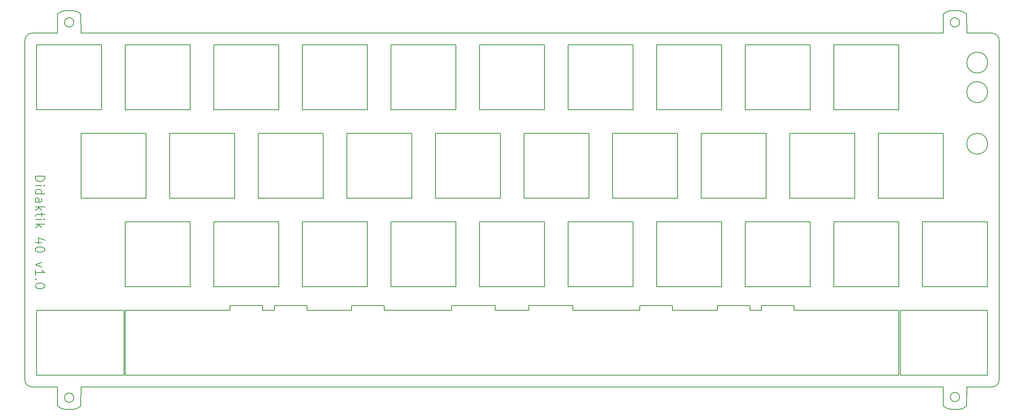
<source format=gbr>
%TF.GenerationSoftware,KiCad,Pcbnew,(6.0.7)*%
%TF.CreationDate,2023-01-03T20:25:44+01:00*%
%TF.ProjectId,Didaktik multilayout switchplate,44696461-6b74-4696-9b20-6d756c74696c,rev?*%
%TF.SameCoordinates,Original*%
%TF.FileFunction,Legend,Top*%
%TF.FilePolarity,Positive*%
%FSLAX46Y46*%
G04 Gerber Fmt 4.6, Leading zero omitted, Abs format (unit mm)*
G04 Created by KiCad (PCBNEW (6.0.7)) date 2023-01-03 20:25:44*
%MOMM*%
%LPD*%
G01*
G04 APERTURE LIST*
%TA.AperFunction,Profile*%
%ADD10C,0.200000*%
%TD*%
%TA.AperFunction,Profile*%
%ADD11C,0.150000*%
%TD*%
%ADD12C,0.150000*%
G04 APERTURE END LIST*
D10*
X238790000Y-105440000D02*
X238790000Y-91440000D01*
X125928000Y-105440000D02*
X129252500Y-105440000D01*
X76865000Y-53340000D02*
X62865000Y-53340000D01*
X148590000Y-72390000D02*
X148590000Y-86390000D01*
X110490000Y-72390000D02*
X110490000Y-86390000D01*
X224790000Y-86390000D02*
X238790000Y-86390000D01*
X34290000Y-91440000D02*
X34290000Y-105440000D01*
X129540000Y-105440000D02*
X130515000Y-105440000D01*
X191165000Y-105440000D02*
X196215000Y-105440000D01*
X229235645Y-107944387D02*
X43815000Y-107944387D01*
X229249132Y-112019616D02*
G75*
G03*
X231140645Y-112803103I1891468J1891416D01*
G01*
X41910645Y-112803103D02*
X40640645Y-112803103D01*
X110490000Y-91440000D02*
X109052000Y-91440000D01*
X92415000Y-90440000D02*
X85415000Y-90440000D01*
X200690000Y-48290000D02*
X200690000Y-34290000D01*
X238790000Y-91440000D02*
X234027500Y-91440000D01*
X205740000Y-86390000D02*
X219740000Y-86390000D01*
X196215000Y-67340000D02*
X210215000Y-67340000D01*
X177165000Y-53340000D02*
X177165000Y-67340000D01*
X33337500Y-31750000D02*
X38735000Y-31750000D01*
X72390000Y-105440000D02*
X75890000Y-105440000D01*
X124490000Y-48290000D02*
X124490000Y-34290000D01*
X172115000Y-105440000D02*
X177165000Y-105440000D01*
X129540000Y-72390000D02*
X129540000Y-86390000D01*
X171028000Y-91440000D02*
X171028000Y-90440000D01*
X82890000Y-105440000D02*
X85415000Y-105440000D01*
X190190000Y-91440000D02*
X187665000Y-91440000D01*
X95915000Y-67340000D02*
X95915000Y-53340000D01*
X148590000Y-48290000D02*
X162590000Y-48290000D01*
X181640000Y-34290000D02*
X167640000Y-34290000D01*
X114965000Y-91440000D02*
X110490000Y-91440000D01*
X53052500Y-91440000D02*
X48290000Y-91440000D01*
X172115000Y-91440000D02*
X171028000Y-91440000D01*
X62865000Y-53340000D02*
X62865000Y-67340000D01*
X134015000Y-91440000D02*
X132928000Y-91440000D01*
X186690000Y-86390000D02*
X200690000Y-86390000D01*
X229265000Y-67340000D02*
X229265000Y-53340000D01*
X86390000Y-105440000D02*
X91440000Y-105440000D01*
X43815000Y-53340000D02*
X43815000Y-67340000D01*
X162590000Y-91440000D02*
X158115000Y-91440000D01*
X177165000Y-105440000D02*
X180665000Y-105440000D01*
X124490000Y-34290000D02*
X110490000Y-34290000D01*
X162590000Y-105440000D02*
X164028000Y-105440000D01*
X41910645Y-112803093D02*
G75*
G03*
X43802156Y-112019614I55J2674893D01*
G01*
X187665000Y-90440000D02*
X180665000Y-90440000D01*
X148590000Y-34290000D02*
X148590000Y-48290000D01*
X43800850Y-27674789D02*
G75*
G03*
X41909355Y-26891284I-1891450J-1891311D01*
G01*
X120015000Y-105440000D02*
X123515000Y-105440000D01*
X186690000Y-72390000D02*
X186690000Y-86390000D01*
X91440000Y-34290000D02*
X91440000Y-48290000D01*
X172115000Y-67340000D02*
X172115000Y-53340000D01*
X241300000Y-33337500D02*
G75*
G03*
X239712500Y-31750000I-1587500J0D01*
G01*
X239712500Y-107952798D02*
G75*
G03*
X241300000Y-106362500I-2800J1590298D01*
G01*
X232410645Y-112803122D02*
G75*
G03*
X234302156Y-112019614I55J2674822D01*
G01*
X86390000Y-34290000D02*
X72390000Y-34290000D01*
X114965000Y-105440000D02*
X115252500Y-105440000D01*
X139065000Y-105440000D02*
X140152000Y-105440000D01*
X39052500Y-105440000D02*
X48290000Y-105440000D01*
X181640000Y-48290000D02*
X181640000Y-34290000D01*
X53052500Y-105440000D02*
X53052500Y-91440000D01*
X186690000Y-105440000D02*
X187665000Y-105440000D01*
X219740000Y-86390000D02*
X219740000Y-72390000D01*
X205740000Y-48290000D02*
X219740000Y-48290000D01*
X62865000Y-67340000D02*
X76865000Y-67340000D01*
X53340000Y-48290000D02*
X67340000Y-48290000D01*
X238822361Y-38112584D02*
G75*
G03*
X238822361Y-38112584I-2250000J0D01*
G01*
X164028000Y-105440000D02*
X167640000Y-105440000D01*
X40639355Y-26891284D02*
X41909355Y-26891284D01*
X140152000Y-90440000D02*
X140152000Y-91440000D01*
X38735000Y-107944387D02*
X33337500Y-107950000D01*
X238790000Y-86390000D02*
X238790000Y-72390000D01*
X38747844Y-27674773D02*
X38735000Y-31750000D01*
X67340000Y-105440000D02*
X72390000Y-105440000D01*
X91440000Y-86390000D02*
X105440000Y-86390000D01*
X95915000Y-53340000D02*
X81915000Y-53340000D01*
X34290000Y-48290000D02*
X48290000Y-48290000D01*
X43815000Y-67340000D02*
X57815000Y-67340000D01*
X220027500Y-91440000D02*
X220027500Y-105440000D01*
X177165000Y-91440000D02*
X172115000Y-91440000D01*
X125928000Y-90440000D02*
X123515000Y-90440000D01*
X187665000Y-91440000D02*
X187665000Y-90440000D01*
X43800866Y-27674773D02*
X43814355Y-31750000D01*
X162590000Y-34290000D02*
X148590000Y-34290000D01*
X197190000Y-91440000D02*
X197190000Y-90440000D01*
X53340000Y-91440000D02*
X53340000Y-105440000D01*
X130515000Y-90440000D02*
X125928000Y-90440000D01*
X124490000Y-86390000D02*
X124490000Y-72390000D01*
X109052000Y-91440000D02*
X109052000Y-90440000D01*
X180665000Y-105440000D02*
X181640000Y-105440000D01*
X153065000Y-67340000D02*
X153065000Y-53340000D01*
X43802156Y-112019614D02*
X43815000Y-107944387D01*
X115252500Y-91440000D02*
X114965000Y-91440000D01*
X167640000Y-48290000D02*
X181640000Y-48290000D01*
X210215000Y-91440000D02*
X205740000Y-91440000D01*
X67340000Y-72390000D02*
X53340000Y-72390000D01*
X153065000Y-105440000D02*
X157827500Y-105440000D01*
X120015000Y-91440000D02*
X115252500Y-91440000D01*
X229247844Y-27674773D02*
X229235000Y-31750000D01*
X224790000Y-72390000D02*
X224790000Y-86390000D01*
X219740000Y-105440000D02*
X219740000Y-91440000D01*
X110490000Y-34290000D02*
X110490000Y-48290000D01*
X149565000Y-91440000D02*
X149565000Y-90440000D01*
X95915000Y-91440000D02*
X92415000Y-91440000D01*
X140152000Y-105440000D02*
X142565000Y-105440000D01*
X92415000Y-91440000D02*
X92415000Y-90440000D01*
X186690000Y-34290000D02*
X186690000Y-48290000D01*
X110490000Y-86390000D02*
X124490000Y-86390000D01*
X81915000Y-67340000D02*
X95915000Y-67340000D01*
X102052000Y-105440000D02*
X105440000Y-105440000D01*
X197190000Y-105440000D02*
X200690000Y-105440000D01*
X105440000Y-34290000D02*
X91440000Y-34290000D01*
X234302156Y-112019614D02*
X234315000Y-107944387D01*
X124490000Y-105440000D02*
X125928000Y-105440000D01*
X140152000Y-91440000D02*
X139065000Y-91440000D01*
X180665000Y-91440000D02*
X177165000Y-91440000D01*
X191165000Y-67340000D02*
X191165000Y-53340000D01*
X162590000Y-86390000D02*
X162590000Y-72390000D01*
X53340000Y-34290000D02*
X53340000Y-48290000D01*
X48290000Y-48290000D02*
X48290000Y-34290000D01*
X229265000Y-53340000D02*
X215265000Y-53340000D01*
X167640000Y-34290000D02*
X167640000Y-48290000D01*
X229249134Y-112019614D02*
X229235645Y-107944387D01*
X180665000Y-90440000D02*
X180665000Y-91440000D01*
X39052500Y-91440000D02*
X34290000Y-91440000D01*
X219740000Y-48290000D02*
X219740000Y-34290000D01*
X72390000Y-48290000D02*
X86390000Y-48290000D01*
X167640000Y-72390000D02*
X167640000Y-86390000D01*
X200690000Y-34290000D02*
X186690000Y-34290000D01*
X149565000Y-90440000D02*
X147152000Y-90440000D01*
X62865000Y-105440000D02*
X67340000Y-105440000D01*
X234027500Y-105440000D02*
X238790000Y-105440000D01*
X72390000Y-72390000D02*
X72390000Y-86390000D01*
X197190000Y-90440000D02*
X190190000Y-90440000D01*
X33337500Y-31750000D02*
G75*
G03*
X31750000Y-33337500I0J-1587500D01*
G01*
X72390000Y-34290000D02*
X72390000Y-48290000D01*
X147152000Y-90440000D02*
X142565000Y-90440000D01*
X205740000Y-34290000D02*
X205740000Y-48290000D01*
X53340000Y-72390000D02*
X53340000Y-86390000D01*
X67340000Y-86390000D02*
X67340000Y-72390000D01*
X234315000Y-31750000D02*
X239712500Y-31750000D01*
X100965000Y-53340000D02*
X100965000Y-67340000D01*
X82890000Y-91440000D02*
X82890000Y-90440000D01*
X215265000Y-53340000D02*
X215265000Y-67340000D01*
X114965000Y-53340000D02*
X100965000Y-53340000D01*
X91440000Y-105440000D02*
X92415000Y-105440000D01*
X85415000Y-91440000D02*
X82890000Y-91440000D01*
X238790000Y-72390000D02*
X224790000Y-72390000D01*
X102052000Y-90440000D02*
X102052000Y-91440000D01*
X57815000Y-53340000D02*
X43815000Y-53340000D01*
X238799797Y-44462584D02*
G75*
G03*
X238799797Y-44462584I-2250000J0D01*
G01*
X134015000Y-53340000D02*
X120015000Y-53340000D01*
X85415000Y-90440000D02*
X85415000Y-91440000D01*
X129540000Y-34290000D02*
X129540000Y-48290000D01*
X86390000Y-48290000D02*
X86390000Y-34290000D01*
X190190000Y-105440000D02*
X191165000Y-105440000D01*
X190190000Y-90440000D02*
X190190000Y-91440000D01*
X187665000Y-105440000D02*
X190190000Y-105440000D01*
X149565000Y-105440000D02*
X153065000Y-105440000D01*
X143540000Y-72390000D02*
X129540000Y-72390000D01*
X167640000Y-105440000D02*
X171028000Y-105440000D01*
X205740000Y-91440000D02*
X200690000Y-91440000D01*
X130515000Y-105440000D02*
X132928000Y-105440000D01*
X53340000Y-86390000D02*
X67340000Y-86390000D01*
X167640000Y-86390000D02*
X181640000Y-86390000D01*
X72390000Y-86390000D02*
X86390000Y-86390000D01*
X105440000Y-72390000D02*
X91440000Y-72390000D01*
X210215000Y-105440000D02*
X219740000Y-105440000D01*
X143540000Y-105440000D02*
X143827500Y-105440000D01*
X232775000Y-110103387D02*
G75*
G03*
X232775000Y-110103387I-1000000J0D01*
G01*
X158115000Y-105440000D02*
X162590000Y-105440000D01*
X132928000Y-90440000D02*
X130515000Y-90440000D01*
X67340000Y-48290000D02*
X67340000Y-34290000D01*
X72390000Y-91440000D02*
X67340000Y-91440000D01*
X224790000Y-105440000D02*
X234027500Y-105440000D01*
X81915000Y-105440000D02*
X82890000Y-105440000D01*
X142565000Y-105440000D02*
X143540000Y-105440000D01*
X177165000Y-67340000D02*
X191165000Y-67340000D01*
X219740000Y-34290000D02*
X205740000Y-34290000D01*
X48290000Y-91440000D02*
X39052500Y-91440000D01*
X224790000Y-91440000D02*
X220027500Y-91440000D01*
X132928000Y-91440000D02*
X132928000Y-90440000D01*
X238802500Y-55577500D02*
G75*
G03*
X238802500Y-55577500I-2250000J0D01*
G01*
X132928000Y-105440000D02*
X134015000Y-105440000D01*
X38749134Y-112019614D02*
X38735000Y-107944387D01*
X143540000Y-48290000D02*
X143540000Y-34290000D01*
X164028000Y-91440000D02*
X162590000Y-91440000D01*
X172115000Y-53340000D02*
X158115000Y-53340000D01*
X186690000Y-48290000D02*
X200690000Y-48290000D01*
X124490000Y-72390000D02*
X110490000Y-72390000D01*
X196215000Y-53340000D02*
X196215000Y-67340000D01*
X143540000Y-86390000D02*
X143540000Y-72390000D01*
X162590000Y-72390000D02*
X148590000Y-72390000D01*
X157827500Y-105440000D02*
X158115000Y-105440000D01*
X164028000Y-90440000D02*
X164028000Y-91440000D01*
X200690000Y-72390000D02*
X186690000Y-72390000D01*
X148590000Y-105440000D02*
X149565000Y-105440000D01*
X57815000Y-67340000D02*
X57815000Y-53340000D01*
X109052000Y-105440000D02*
X110490000Y-105440000D01*
X143540000Y-34290000D02*
X129540000Y-34290000D01*
X91440000Y-48290000D02*
X105440000Y-48290000D01*
X102052000Y-91440000D02*
X100965000Y-91440000D01*
X143827500Y-105440000D02*
X147152000Y-105440000D01*
X171028000Y-90440000D02*
X164028000Y-90440000D01*
X105440000Y-105440000D02*
X109052000Y-105440000D01*
X31750000Y-106489500D02*
X31750000Y-33337500D01*
X129252500Y-105440000D02*
X129540000Y-105440000D01*
X231139355Y-26891298D02*
G75*
G03*
X229247844Y-27674773I-55J-2674902D01*
G01*
X82890000Y-90440000D02*
X75890000Y-90440000D01*
X75890000Y-90440000D02*
X75890000Y-91440000D01*
X234300866Y-27674773D02*
X234315000Y-31750000D01*
X139065000Y-91440000D02*
X134015000Y-91440000D01*
X205740000Y-105440000D02*
X210215000Y-105440000D01*
X181640000Y-105440000D02*
X186690000Y-105440000D01*
X147152000Y-105440000D02*
X148590000Y-105440000D01*
X34290000Y-34290000D02*
X34290000Y-48290000D01*
X162590000Y-48290000D02*
X162590000Y-34290000D01*
X100965000Y-67340000D02*
X114965000Y-67340000D01*
X81915000Y-53340000D02*
X81915000Y-67340000D01*
X200690000Y-105440000D02*
X205740000Y-105440000D01*
X109052000Y-90440000D02*
X102052000Y-90440000D01*
X158115000Y-91440000D02*
X157827500Y-91440000D01*
X153065000Y-91440000D02*
X149565000Y-91440000D01*
X215265000Y-67340000D02*
X229265000Y-67340000D01*
X158115000Y-67340000D02*
X172115000Y-67340000D01*
X76865000Y-105440000D02*
X81915000Y-105440000D01*
X234300850Y-27674789D02*
G75*
G03*
X232409355Y-26891284I-1891450J-1891311D01*
G01*
X210215000Y-67340000D02*
X210215000Y-53340000D01*
X85415000Y-105440000D02*
X86390000Y-105440000D01*
X76865000Y-67340000D02*
X76865000Y-53340000D01*
X134015000Y-105440000D02*
X139065000Y-105440000D01*
X34290000Y-105440000D02*
X39052500Y-105440000D01*
X110490000Y-105440000D02*
X114965000Y-105440000D01*
X129540000Y-48290000D02*
X143540000Y-48290000D01*
X153065000Y-53340000D02*
X139065000Y-53340000D01*
X142565000Y-90440000D02*
X140152000Y-90440000D01*
X100965000Y-91440000D02*
X95915000Y-91440000D01*
X129540000Y-86390000D02*
X143540000Y-86390000D01*
X48290000Y-34290000D02*
X34290000Y-34290000D01*
X86390000Y-72390000D02*
X72390000Y-72390000D01*
X234027500Y-91440000D02*
X224790000Y-91440000D01*
X171028000Y-105440000D02*
X172115000Y-105440000D01*
X100965000Y-105440000D02*
X102052000Y-105440000D01*
X158115000Y-53340000D02*
X158115000Y-67340000D01*
X120015000Y-67340000D02*
X134015000Y-67340000D01*
X181640000Y-86390000D02*
X181640000Y-72390000D01*
X115252500Y-105440000D02*
X120015000Y-105440000D01*
X67340000Y-34290000D02*
X53340000Y-34290000D01*
X105440000Y-48290000D02*
X105440000Y-34290000D01*
X232410645Y-112803103D02*
X231140645Y-112803103D01*
X220027500Y-105440000D02*
X224790000Y-105440000D01*
X239712500Y-107952807D02*
X234315000Y-107944387D01*
X219740000Y-72390000D02*
X205740000Y-72390000D01*
X53340000Y-105440000D02*
X62865000Y-105440000D01*
X42275000Y-29458387D02*
G75*
G03*
X42275000Y-29458387I-1000000J0D01*
G01*
X200690000Y-86390000D02*
X200690000Y-72390000D01*
X181640000Y-72390000D02*
X167640000Y-72390000D01*
X241300000Y-33337500D02*
X241300000Y-106362500D01*
X91440000Y-72390000D02*
X91440000Y-86390000D01*
X134015000Y-67340000D02*
X134015000Y-53340000D01*
X139065000Y-53340000D02*
X139065000Y-67340000D01*
X38749111Y-112019637D02*
G75*
G03*
X40640645Y-112803103I1891489J1891537D01*
G01*
X123515000Y-105440000D02*
X124490000Y-105440000D01*
X191165000Y-53340000D02*
X177165000Y-53340000D01*
X48290000Y-105440000D02*
X53052500Y-105440000D01*
X219740000Y-91440000D02*
X210215000Y-91440000D01*
X232775000Y-29458387D02*
G75*
G03*
X232775000Y-29458387I-1000000J0D01*
G01*
X205740000Y-72390000D02*
X205740000Y-86390000D01*
X231139355Y-26891284D02*
X232409355Y-26891284D01*
X95915000Y-105440000D02*
X100965000Y-105440000D01*
X67340000Y-91440000D02*
X62865000Y-91440000D01*
D11*
X31750020Y-106489498D02*
G75*
G03*
X33337500Y-107950000I1587480J132498D01*
G01*
D10*
X210215000Y-53340000D02*
X196215000Y-53340000D01*
X62865000Y-91440000D02*
X53340000Y-91440000D01*
X157827500Y-91440000D02*
X153065000Y-91440000D01*
X114965000Y-67340000D02*
X114965000Y-53340000D01*
X196215000Y-105440000D02*
X197190000Y-105440000D01*
X123515000Y-91440000D02*
X120015000Y-91440000D01*
X86390000Y-86390000D02*
X86390000Y-72390000D01*
X139065000Y-67340000D02*
X153065000Y-67340000D01*
X43814355Y-31750000D02*
X229235000Y-31750000D01*
X75890000Y-105440000D02*
X76865000Y-105440000D01*
X42275000Y-110236000D02*
G75*
G03*
X42275000Y-110236000I-1000000J0D01*
G01*
X123515000Y-90440000D02*
X123515000Y-91440000D01*
X148590000Y-86390000D02*
X162590000Y-86390000D01*
X105440000Y-86390000D02*
X105440000Y-72390000D01*
X120015000Y-53340000D02*
X120015000Y-67340000D01*
X75890000Y-91440000D02*
X72390000Y-91440000D01*
X92415000Y-105440000D02*
X95915000Y-105440000D01*
X110490000Y-48290000D02*
X124490000Y-48290000D01*
X200690000Y-91440000D02*
X197190000Y-91440000D01*
X40639355Y-26891298D02*
G75*
G03*
X38747844Y-27674773I-55J-2674902D01*
G01*
D12*
X34020238Y-62564880D02*
X36020238Y-62564880D01*
X36020238Y-63041071D01*
X35925000Y-63326785D01*
X35734523Y-63517261D01*
X35544047Y-63612500D01*
X35163095Y-63707738D01*
X34877380Y-63707738D01*
X34496428Y-63612500D01*
X34305952Y-63517261D01*
X34115476Y-63326785D01*
X34020238Y-63041071D01*
X34020238Y-62564880D01*
X34020238Y-64564880D02*
X35353571Y-64564880D01*
X36020238Y-64564880D02*
X35925000Y-64469642D01*
X35829761Y-64564880D01*
X35925000Y-64660119D01*
X36020238Y-64564880D01*
X35829761Y-64564880D01*
X34020238Y-66374404D02*
X36020238Y-66374404D01*
X34115476Y-66374404D02*
X34020238Y-66183928D01*
X34020238Y-65802976D01*
X34115476Y-65612500D01*
X34210714Y-65517261D01*
X34401190Y-65422023D01*
X34972619Y-65422023D01*
X35163095Y-65517261D01*
X35258333Y-65612500D01*
X35353571Y-65802976D01*
X35353571Y-66183928D01*
X35258333Y-66374404D01*
X34020238Y-68183928D02*
X35067857Y-68183928D01*
X35258333Y-68088690D01*
X35353571Y-67898214D01*
X35353571Y-67517261D01*
X35258333Y-67326785D01*
X34115476Y-68183928D02*
X34020238Y-67993452D01*
X34020238Y-67517261D01*
X34115476Y-67326785D01*
X34305952Y-67231547D01*
X34496428Y-67231547D01*
X34686904Y-67326785D01*
X34782142Y-67517261D01*
X34782142Y-67993452D01*
X34877380Y-68183928D01*
X34020238Y-69136309D02*
X36020238Y-69136309D01*
X34782142Y-69326785D02*
X34020238Y-69898214D01*
X35353571Y-69898214D02*
X34591666Y-69136309D01*
X35353571Y-70469642D02*
X35353571Y-71231547D01*
X36020238Y-70755357D02*
X34305952Y-70755357D01*
X34115476Y-70850595D01*
X34020238Y-71041071D01*
X34020238Y-71231547D01*
X34020238Y-71898214D02*
X35353571Y-71898214D01*
X36020238Y-71898214D02*
X35925000Y-71802976D01*
X35829761Y-71898214D01*
X35925000Y-71993452D01*
X36020238Y-71898214D01*
X35829761Y-71898214D01*
X34020238Y-72850595D02*
X36020238Y-72850595D01*
X34782142Y-73041071D02*
X34020238Y-73612500D01*
X35353571Y-73612500D02*
X34591666Y-72850595D01*
X35353571Y-76850595D02*
X34020238Y-76850595D01*
X36115476Y-76374404D02*
X34686904Y-75898214D01*
X34686904Y-77136309D01*
X36020238Y-78279166D02*
X36020238Y-78469642D01*
X35925000Y-78660119D01*
X35829761Y-78755357D01*
X35639285Y-78850595D01*
X35258333Y-78945833D01*
X34782142Y-78945833D01*
X34401190Y-78850595D01*
X34210714Y-78755357D01*
X34115476Y-78660119D01*
X34020238Y-78469642D01*
X34020238Y-78279166D01*
X34115476Y-78088690D01*
X34210714Y-77993452D01*
X34401190Y-77898214D01*
X34782142Y-77802976D01*
X35258333Y-77802976D01*
X35639285Y-77898214D01*
X35829761Y-77993452D01*
X35925000Y-78088690D01*
X36020238Y-78279166D01*
X35353571Y-81136309D02*
X34020238Y-81612500D01*
X35353571Y-82088690D01*
X34020238Y-83898214D02*
X34020238Y-82755357D01*
X34020238Y-83326785D02*
X36020238Y-83326785D01*
X35734523Y-83136309D01*
X35544047Y-82945833D01*
X35448809Y-82755357D01*
X34210714Y-84755357D02*
X34115476Y-84850595D01*
X34020238Y-84755357D01*
X34115476Y-84660119D01*
X34210714Y-84755357D01*
X34020238Y-84755357D01*
X36020238Y-86088690D02*
X36020238Y-86279166D01*
X35925000Y-86469642D01*
X35829761Y-86564880D01*
X35639285Y-86660119D01*
X35258333Y-86755357D01*
X34782142Y-86755357D01*
X34401190Y-86660119D01*
X34210714Y-86564880D01*
X34115476Y-86469642D01*
X34020238Y-86279166D01*
X34020238Y-86088690D01*
X34115476Y-85898214D01*
X34210714Y-85802976D01*
X34401190Y-85707738D01*
X34782142Y-85612500D01*
X35258333Y-85612500D01*
X35639285Y-85707738D01*
X35829761Y-85802976D01*
X35925000Y-85898214D01*
X36020238Y-86088690D01*
M02*

</source>
